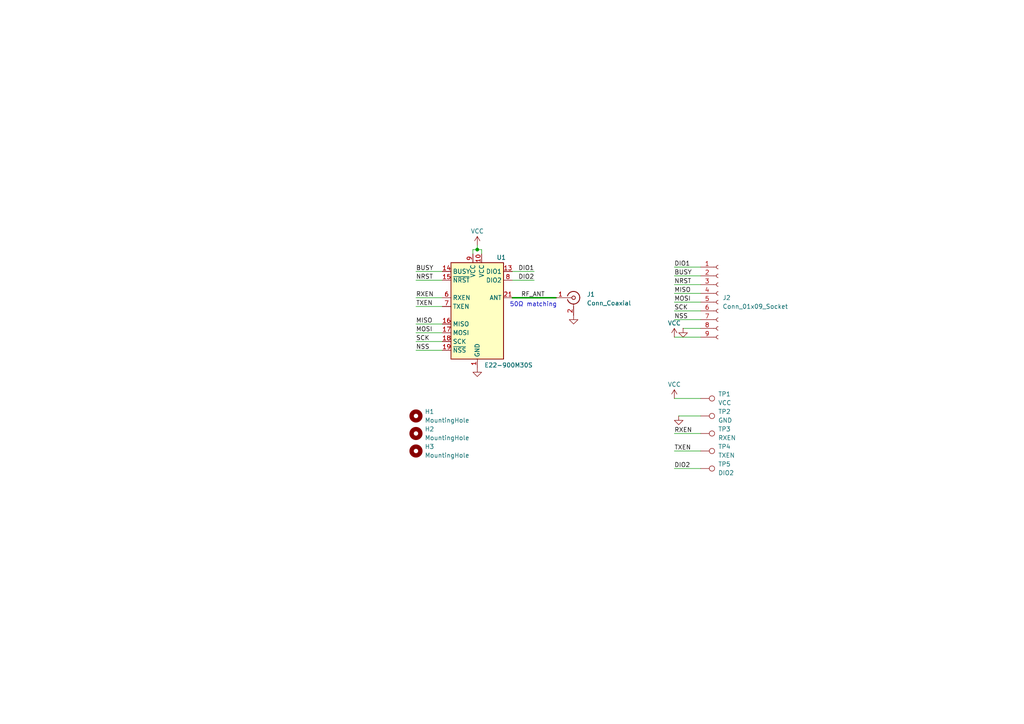
<source format=kicad_sch>
(kicad_sch (version 20231120) (generator "eeschema") (generator_version "8.0")
  (paper "A4")
  (title_block (title "Ebyte E22 Radio Breakout") (date "2024-05-13") (rev "R1") (company "Chungus Aerospace"))
  (lib_symbols
    (symbol "Connector:Conn_01x09_Socket" (pin_names (offset 1.016) hide)
      (property "Reference" "J" (at 0 12.7 0))
      (property "Value" "Conn_01x09_Socket" (at 0 -12.7 0))
      (symbol "Conn_01x09_Socket_1_1"
        (arc (start 0 -9.652) (mid -0.5058 -10.16) (end 0 -10.668) (stroke (width 0.1524)))
        (arc (start 0 -7.112) (mid -0.5058 -7.62) (end 0 -8.128) (stroke (width 0.1524)))
        (arc (start 0 -4.572) (mid -0.5058 -5.08) (end 0 -5.588) (stroke (width 0.1524)))
        (arc (start 0 -2.032) (mid -0.5058 -2.54) (end 0 -3.048) (stroke (width 0.1524)))
        (polyline (pts (xy -1.27 -10.16) (xy -0.508 -10.16)) (stroke (width 0.1524)))
        (polyline (pts (xy -1.27 -7.62) (xy -0.508 -7.62)) (stroke (width 0.1524)))
        (polyline (pts (xy -1.27 -5.08) (xy -0.508 -5.08)) (stroke (width 0.1524)))
        (polyline (pts (xy -1.27 -2.54) (xy -0.508 -2.54)) (stroke (width 0.1524)))
        (polyline (pts (xy -1.27 0) (xy -0.508 0)) (stroke (width 0.1524)))
        (polyline (pts (xy -1.27 2.54) (xy -0.508 2.54)) (stroke (width 0.1524)))
        (polyline (pts (xy -1.27 5.08) (xy -0.508 5.08)) (stroke (width 0.1524)))
        (polyline (pts (xy -1.27 7.62) (xy -0.508 7.62)) (stroke (width 0.1524)))
        (polyline (pts (xy -1.27 10.16) (xy -0.508 10.16)) (stroke (width 0.1524)))
        (arc (start 0 0.508) (mid -0.5058 0) (end 0 -0.508) (stroke (width 0.1524)))
        (arc (start 0 3.048) (mid -0.5058 2.54) (end 0 2.032) (stroke (width 0.1524)))
        (arc (start 0 5.588) (mid -0.5058 5.08) (end 0 4.572) (stroke (width 0.1524)))
        (arc (start 0 8.128) (mid -0.5058 7.62) (end 0 7.112) (stroke (width 0.1524)))
        (arc (start 0 10.668) (mid -0.5058 10.16) (end 0 9.652) (stroke (width 0.1524)))
        (pin passive line (at -5.08 10.16 0) (length 3.81) (name "Pin_1") (number "1"))
        (pin passive line (at -5.08 7.62 0) (length 3.81) (name "Pin_2") (number "2"))
        (pin passive line (at -5.08 5.08 0) (length 3.81) (name "Pin_3") (number "3"))
        (pin passive line (at -5.08 2.54 0) (length 3.81) (name "Pin_4") (number "4"))
        (pin passive line (at -5.08 0 0) (length 3.81) (name "Pin_5") (number "5"))
        (pin passive line (at -5.08 -2.54 0) (length 3.81) (name "Pin_6") (number "6"))
        (pin passive line (at -5.08 -5.08 0) (length 3.81) (name "Pin_7") (number "7"))
        (pin passive line (at -5.08 -7.62 0) (length 3.81) (name "Pin_8") (number "8"))
        (pin passive line (at -5.08 -10.16 0) (length 3.81) (name "Pin_9") (number "9"))
      )
    )
    (symbol "Connector:Conn_Coaxial" (pin_names (offset 1.016) hide)
      (property "Reference" "J" (at 0.254 3.048 0))
      (property "Value" "Conn_Coaxial" (at 2.921 0 90))
      (symbol "Conn_Coaxial_0_1"
        (arc (start -1.778 -0.508) (mid 0.2311 -1.8066) (end 1.778 0) (stroke (width 0.254)))
        (polyline (pts (xy -2.54 0) (xy -0.508 0)))
        (polyline (pts (xy 0 -2.54) (xy 0 -1.778)))
        (circle (center 0 0) (radius 0.508) (stroke (width 0.2032)))
        (arc (start 1.778 0) (mid 0.2099 1.8101) (end -1.778 0.508) (stroke (width 0.254)))
      )
      (symbol "Conn_Coaxial_1_1"
        (pin passive line (at -5.08 0 0) (length 2.54) (name "In") (number "1"))
        (pin passive line (at 0 -5.08 90) (length 2.54) (name "Ext") (number "2"))
      )
    )
    (symbol "Connector:TestPoint" (pin_numbers hide) (pin_names (offset 0.762) hide)
      (property "Reference" "TP" (at 0 6.858 0))
      (property "Value" "TestPoint" (at 0 5.08 0))
      (symbol "TestPoint_0_1"
        (circle (center 0 3.302) (radius 0.762))
      )
      (symbol "TestPoint_1_1"
        (pin passive line (at 0 0 90) (length 2.54) (name "1") (number "1"))
      )
    )
    (symbol "Mechanical:MountingHole" (pin_names (offset 1.016))
      (property "Reference" "H" (at 0 5.08 0))
      (property "Value" "MountingHole" (at 0 3.175 0))
      (symbol "MountingHole_0_1"
        (circle (center 0 0) (radius 1.27) (stroke (width 1.27)))
      )
    )
    (symbol "besserLib:E22-900M30S"
      (property "Reference" "U" (at -7.112 14.986 0))
      (property "Value" "E22-900M30S" (at 8.128 14.732 0))
      (symbol "E22-900M30S_0_1"
        (rectangle (start -7.62 13.97) (end 7.62 -13.97) (stroke (width 0.254)) (fill (type background)))
      )
      (symbol "E22-900M30S_1_1"
        (pin power_in line (at 0 -16.51 90) (length 2.54) (name "GND") (number "1"))
        (pin power_in line (at 1.27 16.51 270) (length 2.54) (name "VCC") (number "10"))
        (pin passive line (at 0 -16.51 90) (length 2.54) hide (name "GND") (number "11"))
        (pin passive line (at 0 -16.51 90) (length 2.54) hide (name "GND") (number "12"))
        (pin bidirectional line (at 10.16 11.43 180) (length 2.54) (name "DIO1") (number "13"))
        (pin output line (at -10.16 11.43 0) (length 2.54) (name "BUSY") (number "14"))
        (pin input line (at -10.16 8.89 0) (length 2.54) (name "~{NRST}") (number "15"))
        (pin output line (at -10.16 -3.81 0) (length 2.54) (name "MISO") (number "16"))
        (pin input line (at -10.16 -6.35 0) (length 2.54) (name "MOSI") (number "17"))
        (pin input line (at -10.16 -8.89 0) (length 2.54) (name "SCK") (number "18"))
        (pin input line (at -10.16 -11.43 0) (length 2.54) (name "~{NSS}") (number "19"))
        (pin passive line (at 0 -16.51 90) (length 2.54) hide (name "GND") (number "2"))
        (pin passive line (at 0 -16.51 90) (length 2.54) hide (name "GND") (number "20"))
        (pin input line (at 10.16 3.81 180) (length 2.54) (name "ANT") (number "21"))
        (pin passive line (at 0 -16.51 90) (length 2.54) hide (name "GND") (number "22"))
        (pin passive line (at 0 -16.51 90) (length 2.54) hide (name "GND") (number "3"))
        (pin passive line (at 0 -16.51 90) (length 2.54) hide (name "GND") (number "4"))
        (pin passive line (at 0 -16.51 90) (length 2.54) hide (name "GND") (number "5"))
        (pin input line (at -10.16 3.81 0) (length 2.54) (name "RXEN") (number "6"))
        (pin input line (at -10.16 1.27 0) (length 2.54) (name "TXEN") (number "7"))
        (pin bidirectional line (at 10.16 8.89 180) (length 2.54) (name "DIO2") (number "8"))
        (pin power_in line (at -1.27 16.51 270) (length 2.54) (name "VCC") (number "9"))
      )
    )
    (symbol "power:GND" (power) (pin_numbers hide) (pin_names (offset 0) hide)
      (property "Value" "GND" (at 0 -3.81 0))
      (symbol "GND_0_1"
        (polyline (pts (xy 0 0) (xy 0 -1.27) (xy 1.27 -1.27) (xy 0 -2.54) (xy -1.27 -1.27) (xy 0 -1.27)))
      )
      (symbol "GND_1_1"
        (pin power_in line (at 0 0 270) (length 0) (name "~") (number "1"))
      )
    )
    (symbol "power:VCC" (power) (pin_numbers hide) (pin_names (offset 0) hide)
      (property "Value" "VCC" (at 0 3.556 0))
      (symbol "VCC_0_1"
        (polyline (pts (xy -0.762 1.27) (xy 0 2.54)))
        (polyline (pts (xy 0 0) (xy 0 2.54)))
        (polyline (pts (xy 0 2.54) (xy 0.762 1.27)))
      )
      (symbol "VCC_1_1"
        (pin power_in line (at 0 0 90) (length 0) (name "~") (number "1"))
      )
    )
  )
  (junction (at 138.43 72.39))
  (wire (pts (xy 137.16 72.39) (xy 138.43 72.39)))
  (wire (pts (xy 195.58 77.47) (xy 203.2 77.47)))
  (wire (pts (xy 195.58 82.55) (xy 203.2 82.55)))
  (wire (pts (xy 196.85 120.65) (xy 203.2 120.65)))
  (wire (pts (xy 120.65 88.9) (xy 128.27 88.9)))
  (wire (pts (xy 195.58 90.17) (xy 203.2 90.17)))
  (wire (pts (xy 195.58 97.79) (xy 203.2 97.79)))
  (wire (pts (xy 138.43 71.12) (xy 138.43 72.39)))
  (wire (pts (xy 120.65 78.74) (xy 128.27 78.74)))
  (wire (pts (xy 120.65 86.36) (xy 128.27 86.36)))
  (wire (pts (xy 195.58 135.89) (xy 203.2 135.89)))
  (wire (pts (xy 120.65 101.6) (xy 128.27 101.6)))
  (wire (pts (xy 120.65 99.06) (xy 128.27 99.06)))
  (wire (pts (xy 148.59 86.36) (xy 161.29 86.36)) (stroke (width 0.4318)))
  (wire (pts (xy 138.43 72.39) (xy 139.7 72.39)))
  (wire (pts (xy 120.65 93.98) (xy 128.27 93.98)))
  (wire (pts (xy 195.58 85.09) (xy 203.2 85.09)))
  (wire (pts (xy 148.59 81.28) (xy 154.94 81.28)))
  (wire (pts (xy 195.58 115.57) (xy 203.2 115.57)))
  (wire (pts (xy 195.58 87.63) (xy 203.2 87.63)))
  (wire (pts (xy 195.58 125.73) (xy 203.2 125.73)))
  (wire (pts (xy 139.7 72.39) (xy 139.7 73.66)))
  (wire (pts (xy 198.12 95.25) (xy 203.2 95.25)))
  (wire (pts (xy 148.59 78.74) (xy 154.94 78.74)))
  (wire (pts (xy 120.65 81.28) (xy 128.27 81.28)))
  (wire (pts (xy 120.65 96.52) (xy 128.27 96.52)))
  (wire (pts (xy 137.16 72.39) (xy 137.16 73.66)))
  (wire (pts (xy 195.58 80.01) (xy 203.2 80.01)))
  (wire (pts (xy 203.2 130.81) (xy 195.58 130.81)))
  (wire (pts (xy 195.58 92.71) (xy 203.2 92.71)))
  (text "50Ω matching\n" (at 154.686 88.392 0) (effects (font (size 1.27 1.27))))
  (label "RXEN" (at 120.65 86.36 0))
  (label "DIO2" (at 195.58 135.89 0))
  (label "TXEN" (at 120.65 88.9 0))
  (label "RXEN" (at 195.58 125.73 0))
  (label "SCK" (at 195.58 90.17 0))
  (label "NRST" (at 195.58 82.55 0))
  (label "BUSY" (at 120.65 78.74 0))
  (label "MISO" (at 120.65 93.98 0))
  (label "TXEN" (at 195.58 130.81 0))
  (label "DIO2" (at 154.94 81.28 180))
  (label "NRST" (at 120.65 81.28 0))
  (label "RF_ANT" (at 151.13 86.36 0))
  (label "DIO1" (at 195.58 77.47 0))
  (label "DIO1" (at 154.94 78.74 180))
  (label "MISO" (at 195.58 85.09 0))
  (label "BUSY" (at 195.58 80.01 0))
  (label "MOSI" (at 120.65 96.52 0))
  (label "NSS" (at 195.58 92.71 0))
  (label "NSS" (at 120.65 101.6 0))
  (label "MOSI" (at 195.58 87.63 0))
  (label "SCK" (at 120.65 99.06 0))
  (symbol (lib_id "Connector:TestPoint") (at 203.2 115.57 270) (unit 1)
    (property "Reference" "TP1" (at 208.28 114.3 90) (effects (justify left)))
    (property "Value" "VCC" (at 208.28 116.84 90) (effects (justify left)))
    (property "Footprint" "TestPoint:TestPoint_Pad_D1.5mm" (effects (hide yes)))
    (property "Description" "test point" (effects (hide yes)))
  )
  (symbol (lib_id "power:VCC") (at 138.43 71.12 0) (unit 1)
    (property "Reference" "#PWR01" (effects (hide yes)))
    (property "Value" "VCC" (at 138.43 67.056 0))
    (property "Description" "Power symbol creates a global label with name \"VCC\"" (effects (hide yes)))
  )
  (symbol (lib_id "power:GND") (at 198.12 95.25 0) (unit 1)
    (property "Reference" "#PWR07" (effects (hide yes)))
    (property "Value" "GND" (effects (hide yes)))
    (property "Description" "Power symbol creates a global label with name \"GND\" , ground" (effects (hide yes)))
  )
  (symbol (lib_id "Mechanical:MountingHole") (at 120.65 125.73 0) (unit 1)
    (property "Reference" "H2" (at 123.19 124.46 0) (effects (justify left)))
    (property "Value" "MountingHole" (at 123.19 127 0) (effects (justify left)))
    (property "Footprint" "MountingHole:MountingHole_2.7mm_M2.5_Pad_Via" (effects (hide yes)))
    (property "Description" "Mounting Hole without connection" (effects (hide yes)))
  )
  (symbol (lib_id "Mechanical:MountingHole") (at 120.65 130.81 0) (unit 1)
    (property "Reference" "H3" (at 123.19 129.54 0) (effects (justify left)))
    (property "Value" "MountingHole" (at 123.19 132.08 0) (effects (justify left)))
    (property "Footprint" "MountingHole:MountingHole_2.7mm_M2.5_Pad_Via" (effects (hide yes)))
    (property "Description" "Mounting Hole without connection" (effects (hide yes)))
  )
  (symbol (lib_id "power:VCC") (at 195.58 115.57 0) (unit 1)
    (property "Reference" "#PWR04" (effects (hide yes)))
    (property "Value" "VCC" (at 195.58 111.506 0))
    (property "Description" "Power symbol creates a global label with name \"VCC\"" (effects (hide yes)))
  )
  (symbol (lib_id "power:GND") (at 138.43 106.68 0) (unit 1)
    (property "Reference" "#PWR02" (effects (hide yes)))
    (property "Value" "GND" (effects (hide yes)))
    (property "Description" "Power symbol creates a global label with name \"GND\" , ground" (effects (hide yes)))
  )
  (symbol (lib_id "Mechanical:MountingHole") (at 120.65 120.65 0) (unit 1)
    (property "Reference" "H1" (at 123.19 119.38 0) (effects (justify left)))
    (property "Value" "MountingHole" (at 123.19 121.92 0) (effects (justify left)))
    (property "Footprint" "MountingHole:MountingHole_2.7mm_M2.5_Pad_Via" (effects (hide yes)))
    (property "Description" "Mounting Hole without connection" (effects (hide yes)))
  )
  (symbol (lib_id "Connector:Conn_01x09_Socket") (at 208.28 87.63 0) (unit 1)
    (property "Reference" "J2" (at 209.55 86.36 0) (effects (justify left)))
    (property "Value" "Conn_01x09_Socket" (at 209.55 88.9 0) (effects (justify left)))
    (property "Footprint" "Connector_JST:JST_GH_BM09B-GHS-TBT_1x09-1MP_P1.25mm_Vertical" (effects (hide yes)))
    (property "Description" "Generic connector, single row, 01x09, script generated" (effects (hide yes)))
  )
  (symbol (lib_id "power:VCC") (at 195.58 97.79 0) (unit 1)
    (property "Reference" "#PWR06" (effects (hide yes)))
    (property "Value" "VCC" (at 195.58 93.726 0))
    (property "Description" "Power symbol creates a global label with name \"VCC\"" (effects (hide yes)))
  )
  (symbol (lib_id "power:GND") (at 166.37 91.44 0) (unit 1)
    (property "Reference" "#PWR03" (effects (hide yes)))
    (property "Value" "GND" (effects (hide yes)))
    (property "Description" "Power symbol creates a global label with name \"GND\" , ground" (effects (hide yes)))
  )
  (symbol (lib_id "Connector:TestPoint") (at 203.2 130.81 270) (unit 1)
    (property "Reference" "TP4" (at 208.28 129.54 90) (effects (justify left)))
    (property "Value" "TXEN" (at 208.28 132.08 90) (effects (justify left)))
    (property "Footprint" "TestPoint:TestPoint_Pad_D1.5mm" (effects (hide yes)))
    (property "Description" "test point" (effects (hide yes)))
  )
  (symbol (lib_id "power:GND") (at 196.85 120.65 0) (unit 1)
    (property "Reference" "#PWR05" (effects (hide yes)))
    (property "Value" "GND" (effects (hide yes)))
    (property "Description" "Power symbol creates a global label with name \"GND\" , ground" (effects (hide yes)))
  )
  (symbol (lib_id "Connector:Conn_Coaxial") (at 166.37 86.36 0) (unit 1)
    (property "Reference" "J1" (at 170.18 85.3832 0) (effects (justify left)))
    (property "Value" "Conn_Coaxial" (at 170.18 87.9232 0) (effects (justify left)))
    (property "Footprint" "besser_footprints:CON-SMA-EDGE-S" (effects (hide yes)))
    (property "Datasheet" " ~" (effects (hide yes)))
    (property "Description" "coaxial connector (BNC, SMA, SMB, SMC, Cinch/RCA, LEMO, ...)" (effects (hide yes)))
  )
  (symbol (lib_id "Connector:TestPoint") (at 203.2 135.89 270) (unit 1)
    (property "Reference" "TP5" (at 208.28 134.62 90) (effects (justify left)))
    (property "Value" "DIO2" (at 208.28 137.16 90) (effects (justify left)))
    (property "Footprint" "TestPoint:TestPoint_Pad_D1.5mm" (effects (hide yes)))
    (property "Description" "test point" (effects (hide yes)))
  )
  (symbol (lib_id "Connector:TestPoint") (at 203.2 125.73 270) (unit 1)
    (property "Reference" "TP3" (at 208.28 124.46 90) (effects (justify left)))
    (property "Value" "RXEN" (at 208.28 127 90) (effects (justify left)))
    (property "Footprint" "TestPoint:TestPoint_Pad_D1.5mm" (effects (hide yes)))
    (property "Description" "test point" (effects (hide yes)))
  )
  (symbol (lib_id "besserLib:E22-900M30S") (at 138.43 90.17 0) (unit 1)
    (property "Reference" "U1" (at 144.018 74.676 0) (effects (justify left)))
    (property "Value" "E22-900M30S" (at 140.462 105.918 0) (effects (justify left)))
    (property "Footprint" "besser_footprints:E22-900M30S" (effects (hide yes)))
    (property "Datasheet" "https://ebyteiot.com/collections/lora-module/products/sx1262-lora-module-e22-900m30s-868mhz-wireless-module-30dbm-12km-range-ipex-antenna-spi-interface-low-power-consumption-ebyte" (effects (hide yes)))
    (property "Description" "LoRa module with 1W LNA, based on SX1262" (effects (hide yes)))
  )
  (symbol (lib_id "Connector:TestPoint") (at 203.2 120.65 270) (unit 1)
    (property "Reference" "TP2" (at 208.28 119.38 90) (effects (justify left)))
    (property "Value" "GND" (at 208.28 121.92 90) (effects (justify left)))
    (property "Footprint" "TestPoint:TestPoint_Pad_D1.5mm" (effects (hide yes)))
    (property "Description" "test point" (effects (hide yes)))
  )
)
</source>
